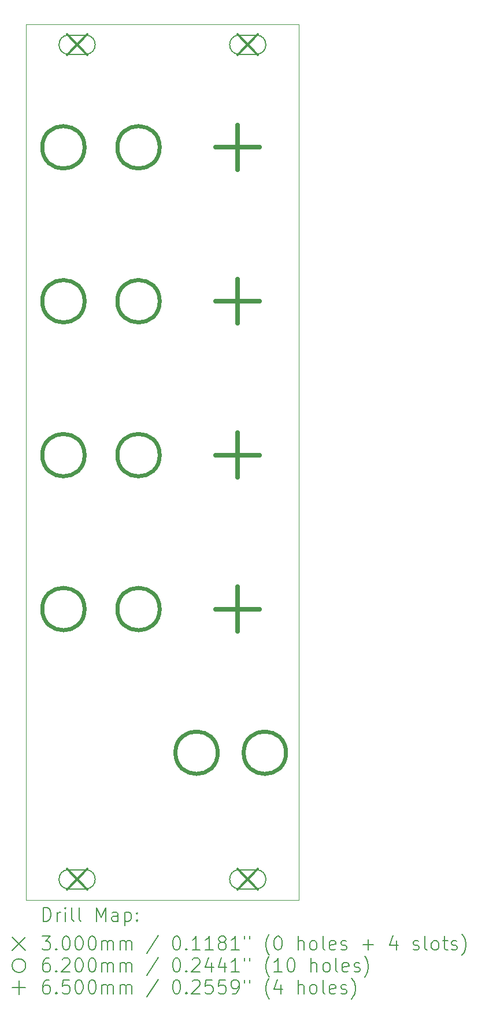
<source format=gbr>
%FSLAX45Y45*%
G04 Gerber Fmt 4.5, Leading zero omitted, Abs format (unit mm)*
G04 Created by KiCad (PCBNEW (6.0.0)) date 2022-07-06 17:44:38*
%MOMM*%
%LPD*%
G01*
G04 APERTURE LIST*
%TA.AperFunction,Profile*%
%ADD10C,0.050000*%
%TD*%
%ADD11C,0.200000*%
%ADD12C,0.300000*%
%ADD13C,0.620000*%
%ADD14C,0.650000*%
G04 APERTURE END LIST*
D10*
X7200000Y-2200000D02*
X7200000Y-15000000D01*
X7200000Y-2200000D02*
X11200000Y-2200000D01*
X11200000Y-2200000D02*
X11200000Y-15000000D01*
X11200000Y-15000000D02*
X7200000Y-15000000D01*
D11*
D12*
X7800000Y-2350000D02*
X8100000Y-2650000D01*
X8100000Y-2350000D02*
X7800000Y-2650000D01*
D11*
X7825000Y-2640000D02*
X8075000Y-2640000D01*
X7825000Y-2360000D02*
X8075000Y-2360000D01*
X8075000Y-2640000D02*
G75*
G03*
X8075000Y-2360000I0J140000D01*
G01*
X7825000Y-2360000D02*
G75*
G03*
X7825000Y-2640000I0J-140000D01*
G01*
D12*
X7800000Y-14550000D02*
X8100000Y-14850000D01*
X8100000Y-14550000D02*
X7800000Y-14850000D01*
D11*
X7825000Y-14840000D02*
X8075000Y-14840000D01*
X7825000Y-14560000D02*
X8075000Y-14560000D01*
X8075000Y-14840000D02*
G75*
G03*
X8075000Y-14560000I0J140000D01*
G01*
X7825000Y-14560000D02*
G75*
G03*
X7825000Y-14840000I0J-140000D01*
G01*
D12*
X10300000Y-2350000D02*
X10600000Y-2650000D01*
X10600000Y-2350000D02*
X10300000Y-2650000D01*
D11*
X10325000Y-2640000D02*
X10575000Y-2640000D01*
X10325000Y-2360000D02*
X10575000Y-2360000D01*
X10575000Y-2640000D02*
G75*
G03*
X10575000Y-2360000I0J140000D01*
G01*
X10325000Y-2360000D02*
G75*
G03*
X10325000Y-2640000I0J-140000D01*
G01*
D12*
X10300000Y-14550000D02*
X10600000Y-14850000D01*
X10600000Y-14550000D02*
X10300000Y-14850000D01*
D11*
X10325000Y-14840000D02*
X10575000Y-14840000D01*
X10325000Y-14560000D02*
X10575000Y-14560000D01*
X10575000Y-14840000D02*
G75*
G03*
X10575000Y-14560000I0J140000D01*
G01*
X10325000Y-14560000D02*
G75*
G03*
X10325000Y-14840000I0J-140000D01*
G01*
D13*
X8060000Y-4000000D02*
G75*
G03*
X8060000Y-4000000I-310000J0D01*
G01*
X8060000Y-6250000D02*
G75*
G03*
X8060000Y-6250000I-310000J0D01*
G01*
X8060000Y-8500000D02*
G75*
G03*
X8060000Y-8500000I-310000J0D01*
G01*
X8060000Y-10750000D02*
G75*
G03*
X8060000Y-10750000I-310000J0D01*
G01*
X9160000Y-4000000D02*
G75*
G03*
X9160000Y-4000000I-310000J0D01*
G01*
X9160000Y-6250000D02*
G75*
G03*
X9160000Y-6250000I-310000J0D01*
G01*
X9160000Y-8500000D02*
G75*
G03*
X9160000Y-8500000I-310000J0D01*
G01*
X9160000Y-10750000D02*
G75*
G03*
X9160000Y-10750000I-310000J0D01*
G01*
X10010000Y-12850000D02*
G75*
G03*
X10010000Y-12850000I-310000J0D01*
G01*
X11010000Y-12850000D02*
G75*
G03*
X11010000Y-12850000I-310000J0D01*
G01*
D14*
X10300000Y-3675000D02*
X10300000Y-4325000D01*
X9975000Y-4000000D02*
X10625000Y-4000000D01*
X10300000Y-5925000D02*
X10300000Y-6575000D01*
X9975000Y-6250000D02*
X10625000Y-6250000D01*
X10300000Y-8175000D02*
X10300000Y-8825000D01*
X9975000Y-8500000D02*
X10625000Y-8500000D01*
X10300000Y-10425000D02*
X10300000Y-11075000D01*
X9975000Y-10750000D02*
X10625000Y-10750000D01*
D11*
X7455119Y-15312976D02*
X7455119Y-15112976D01*
X7502738Y-15112976D01*
X7531309Y-15122500D01*
X7550357Y-15141548D01*
X7559881Y-15160595D01*
X7569405Y-15198690D01*
X7569405Y-15227262D01*
X7559881Y-15265357D01*
X7550357Y-15284405D01*
X7531309Y-15303452D01*
X7502738Y-15312976D01*
X7455119Y-15312976D01*
X7655119Y-15312976D02*
X7655119Y-15179643D01*
X7655119Y-15217738D02*
X7664643Y-15198690D01*
X7674167Y-15189167D01*
X7693214Y-15179643D01*
X7712262Y-15179643D01*
X7778928Y-15312976D02*
X7778928Y-15179643D01*
X7778928Y-15112976D02*
X7769405Y-15122500D01*
X7778928Y-15132024D01*
X7788452Y-15122500D01*
X7778928Y-15112976D01*
X7778928Y-15132024D01*
X7902738Y-15312976D02*
X7883690Y-15303452D01*
X7874167Y-15284405D01*
X7874167Y-15112976D01*
X8007500Y-15312976D02*
X7988452Y-15303452D01*
X7978928Y-15284405D01*
X7978928Y-15112976D01*
X8236071Y-15312976D02*
X8236071Y-15112976D01*
X8302738Y-15255833D01*
X8369405Y-15112976D01*
X8369405Y-15312976D01*
X8550357Y-15312976D02*
X8550357Y-15208214D01*
X8540833Y-15189167D01*
X8521786Y-15179643D01*
X8483690Y-15179643D01*
X8464643Y-15189167D01*
X8550357Y-15303452D02*
X8531310Y-15312976D01*
X8483690Y-15312976D01*
X8464643Y-15303452D01*
X8455119Y-15284405D01*
X8455119Y-15265357D01*
X8464643Y-15246309D01*
X8483690Y-15236786D01*
X8531310Y-15236786D01*
X8550357Y-15227262D01*
X8645595Y-15179643D02*
X8645595Y-15379643D01*
X8645595Y-15189167D02*
X8664643Y-15179643D01*
X8702738Y-15179643D01*
X8721786Y-15189167D01*
X8731310Y-15198690D01*
X8740833Y-15217738D01*
X8740833Y-15274881D01*
X8731310Y-15293928D01*
X8721786Y-15303452D01*
X8702738Y-15312976D01*
X8664643Y-15312976D01*
X8645595Y-15303452D01*
X8826548Y-15293928D02*
X8836071Y-15303452D01*
X8826548Y-15312976D01*
X8817024Y-15303452D01*
X8826548Y-15293928D01*
X8826548Y-15312976D01*
X8826548Y-15189167D02*
X8836071Y-15198690D01*
X8826548Y-15208214D01*
X8817024Y-15198690D01*
X8826548Y-15189167D01*
X8826548Y-15208214D01*
X6997500Y-15542500D02*
X7197500Y-15742500D01*
X7197500Y-15542500D02*
X6997500Y-15742500D01*
X7436071Y-15532976D02*
X7559881Y-15532976D01*
X7493214Y-15609167D01*
X7521786Y-15609167D01*
X7540833Y-15618690D01*
X7550357Y-15628214D01*
X7559881Y-15647262D01*
X7559881Y-15694881D01*
X7550357Y-15713928D01*
X7540833Y-15723452D01*
X7521786Y-15732976D01*
X7464643Y-15732976D01*
X7445595Y-15723452D01*
X7436071Y-15713928D01*
X7645595Y-15713928D02*
X7655119Y-15723452D01*
X7645595Y-15732976D01*
X7636071Y-15723452D01*
X7645595Y-15713928D01*
X7645595Y-15732976D01*
X7778928Y-15532976D02*
X7797976Y-15532976D01*
X7817024Y-15542500D01*
X7826548Y-15552024D01*
X7836071Y-15571071D01*
X7845595Y-15609167D01*
X7845595Y-15656786D01*
X7836071Y-15694881D01*
X7826548Y-15713928D01*
X7817024Y-15723452D01*
X7797976Y-15732976D01*
X7778928Y-15732976D01*
X7759881Y-15723452D01*
X7750357Y-15713928D01*
X7740833Y-15694881D01*
X7731309Y-15656786D01*
X7731309Y-15609167D01*
X7740833Y-15571071D01*
X7750357Y-15552024D01*
X7759881Y-15542500D01*
X7778928Y-15532976D01*
X7969405Y-15532976D02*
X7988452Y-15532976D01*
X8007500Y-15542500D01*
X8017024Y-15552024D01*
X8026548Y-15571071D01*
X8036071Y-15609167D01*
X8036071Y-15656786D01*
X8026548Y-15694881D01*
X8017024Y-15713928D01*
X8007500Y-15723452D01*
X7988452Y-15732976D01*
X7969405Y-15732976D01*
X7950357Y-15723452D01*
X7940833Y-15713928D01*
X7931309Y-15694881D01*
X7921786Y-15656786D01*
X7921786Y-15609167D01*
X7931309Y-15571071D01*
X7940833Y-15552024D01*
X7950357Y-15542500D01*
X7969405Y-15532976D01*
X8159881Y-15532976D02*
X8178928Y-15532976D01*
X8197976Y-15542500D01*
X8207500Y-15552024D01*
X8217024Y-15571071D01*
X8226548Y-15609167D01*
X8226548Y-15656786D01*
X8217024Y-15694881D01*
X8207500Y-15713928D01*
X8197976Y-15723452D01*
X8178928Y-15732976D01*
X8159881Y-15732976D01*
X8140833Y-15723452D01*
X8131309Y-15713928D01*
X8121786Y-15694881D01*
X8112262Y-15656786D01*
X8112262Y-15609167D01*
X8121786Y-15571071D01*
X8131309Y-15552024D01*
X8140833Y-15542500D01*
X8159881Y-15532976D01*
X8312262Y-15732976D02*
X8312262Y-15599643D01*
X8312262Y-15618690D02*
X8321786Y-15609167D01*
X8340833Y-15599643D01*
X8369405Y-15599643D01*
X8388452Y-15609167D01*
X8397976Y-15628214D01*
X8397976Y-15732976D01*
X8397976Y-15628214D02*
X8407500Y-15609167D01*
X8426548Y-15599643D01*
X8455119Y-15599643D01*
X8474167Y-15609167D01*
X8483690Y-15628214D01*
X8483690Y-15732976D01*
X8578929Y-15732976D02*
X8578929Y-15599643D01*
X8578929Y-15618690D02*
X8588452Y-15609167D01*
X8607500Y-15599643D01*
X8636071Y-15599643D01*
X8655119Y-15609167D01*
X8664643Y-15628214D01*
X8664643Y-15732976D01*
X8664643Y-15628214D02*
X8674167Y-15609167D01*
X8693214Y-15599643D01*
X8721786Y-15599643D01*
X8740833Y-15609167D01*
X8750357Y-15628214D01*
X8750357Y-15732976D01*
X9140833Y-15523452D02*
X8969405Y-15780595D01*
X9397976Y-15532976D02*
X9417024Y-15532976D01*
X9436071Y-15542500D01*
X9445595Y-15552024D01*
X9455119Y-15571071D01*
X9464643Y-15609167D01*
X9464643Y-15656786D01*
X9455119Y-15694881D01*
X9445595Y-15713928D01*
X9436071Y-15723452D01*
X9417024Y-15732976D01*
X9397976Y-15732976D01*
X9378929Y-15723452D01*
X9369405Y-15713928D01*
X9359881Y-15694881D01*
X9350357Y-15656786D01*
X9350357Y-15609167D01*
X9359881Y-15571071D01*
X9369405Y-15552024D01*
X9378929Y-15542500D01*
X9397976Y-15532976D01*
X9550357Y-15713928D02*
X9559881Y-15723452D01*
X9550357Y-15732976D01*
X9540833Y-15723452D01*
X9550357Y-15713928D01*
X9550357Y-15732976D01*
X9750357Y-15732976D02*
X9636071Y-15732976D01*
X9693214Y-15732976D02*
X9693214Y-15532976D01*
X9674167Y-15561548D01*
X9655119Y-15580595D01*
X9636071Y-15590119D01*
X9940833Y-15732976D02*
X9826548Y-15732976D01*
X9883690Y-15732976D02*
X9883690Y-15532976D01*
X9864643Y-15561548D01*
X9845595Y-15580595D01*
X9826548Y-15590119D01*
X10055119Y-15618690D02*
X10036071Y-15609167D01*
X10026548Y-15599643D01*
X10017024Y-15580595D01*
X10017024Y-15571071D01*
X10026548Y-15552024D01*
X10036071Y-15542500D01*
X10055119Y-15532976D01*
X10093214Y-15532976D01*
X10112262Y-15542500D01*
X10121786Y-15552024D01*
X10131310Y-15571071D01*
X10131310Y-15580595D01*
X10121786Y-15599643D01*
X10112262Y-15609167D01*
X10093214Y-15618690D01*
X10055119Y-15618690D01*
X10036071Y-15628214D01*
X10026548Y-15637738D01*
X10017024Y-15656786D01*
X10017024Y-15694881D01*
X10026548Y-15713928D01*
X10036071Y-15723452D01*
X10055119Y-15732976D01*
X10093214Y-15732976D01*
X10112262Y-15723452D01*
X10121786Y-15713928D01*
X10131310Y-15694881D01*
X10131310Y-15656786D01*
X10121786Y-15637738D01*
X10112262Y-15628214D01*
X10093214Y-15618690D01*
X10321786Y-15732976D02*
X10207500Y-15732976D01*
X10264643Y-15732976D02*
X10264643Y-15532976D01*
X10245595Y-15561548D01*
X10226548Y-15580595D01*
X10207500Y-15590119D01*
X10397976Y-15532976D02*
X10397976Y-15571071D01*
X10474167Y-15532976D02*
X10474167Y-15571071D01*
X10769405Y-15809167D02*
X10759881Y-15799643D01*
X10740833Y-15771071D01*
X10731310Y-15752024D01*
X10721786Y-15723452D01*
X10712262Y-15675833D01*
X10712262Y-15637738D01*
X10721786Y-15590119D01*
X10731310Y-15561548D01*
X10740833Y-15542500D01*
X10759881Y-15513928D01*
X10769405Y-15504405D01*
X10883690Y-15532976D02*
X10902738Y-15532976D01*
X10921786Y-15542500D01*
X10931310Y-15552024D01*
X10940833Y-15571071D01*
X10950357Y-15609167D01*
X10950357Y-15656786D01*
X10940833Y-15694881D01*
X10931310Y-15713928D01*
X10921786Y-15723452D01*
X10902738Y-15732976D01*
X10883690Y-15732976D01*
X10864643Y-15723452D01*
X10855119Y-15713928D01*
X10845595Y-15694881D01*
X10836071Y-15656786D01*
X10836071Y-15609167D01*
X10845595Y-15571071D01*
X10855119Y-15552024D01*
X10864643Y-15542500D01*
X10883690Y-15532976D01*
X11188452Y-15732976D02*
X11188452Y-15532976D01*
X11274167Y-15732976D02*
X11274167Y-15628214D01*
X11264643Y-15609167D01*
X11245595Y-15599643D01*
X11217024Y-15599643D01*
X11197976Y-15609167D01*
X11188452Y-15618690D01*
X11397976Y-15732976D02*
X11378928Y-15723452D01*
X11369405Y-15713928D01*
X11359881Y-15694881D01*
X11359881Y-15637738D01*
X11369405Y-15618690D01*
X11378928Y-15609167D01*
X11397976Y-15599643D01*
X11426548Y-15599643D01*
X11445595Y-15609167D01*
X11455119Y-15618690D01*
X11464643Y-15637738D01*
X11464643Y-15694881D01*
X11455119Y-15713928D01*
X11445595Y-15723452D01*
X11426548Y-15732976D01*
X11397976Y-15732976D01*
X11578928Y-15732976D02*
X11559881Y-15723452D01*
X11550357Y-15704405D01*
X11550357Y-15532976D01*
X11731309Y-15723452D02*
X11712262Y-15732976D01*
X11674167Y-15732976D01*
X11655119Y-15723452D01*
X11645595Y-15704405D01*
X11645595Y-15628214D01*
X11655119Y-15609167D01*
X11674167Y-15599643D01*
X11712262Y-15599643D01*
X11731309Y-15609167D01*
X11740833Y-15628214D01*
X11740833Y-15647262D01*
X11645595Y-15666309D01*
X11817024Y-15723452D02*
X11836071Y-15732976D01*
X11874167Y-15732976D01*
X11893214Y-15723452D01*
X11902738Y-15704405D01*
X11902738Y-15694881D01*
X11893214Y-15675833D01*
X11874167Y-15666309D01*
X11845595Y-15666309D01*
X11826548Y-15656786D01*
X11817024Y-15637738D01*
X11817024Y-15628214D01*
X11826548Y-15609167D01*
X11845595Y-15599643D01*
X11874167Y-15599643D01*
X11893214Y-15609167D01*
X12140833Y-15656786D02*
X12293214Y-15656786D01*
X12217024Y-15732976D02*
X12217024Y-15580595D01*
X12626548Y-15599643D02*
X12626548Y-15732976D01*
X12578928Y-15523452D02*
X12531309Y-15666309D01*
X12655119Y-15666309D01*
X12874167Y-15723452D02*
X12893214Y-15732976D01*
X12931309Y-15732976D01*
X12950357Y-15723452D01*
X12959881Y-15704405D01*
X12959881Y-15694881D01*
X12950357Y-15675833D01*
X12931309Y-15666309D01*
X12902738Y-15666309D01*
X12883690Y-15656786D01*
X12874167Y-15637738D01*
X12874167Y-15628214D01*
X12883690Y-15609167D01*
X12902738Y-15599643D01*
X12931309Y-15599643D01*
X12950357Y-15609167D01*
X13074167Y-15732976D02*
X13055119Y-15723452D01*
X13045595Y-15704405D01*
X13045595Y-15532976D01*
X13178928Y-15732976D02*
X13159881Y-15723452D01*
X13150357Y-15713928D01*
X13140833Y-15694881D01*
X13140833Y-15637738D01*
X13150357Y-15618690D01*
X13159881Y-15609167D01*
X13178928Y-15599643D01*
X13207500Y-15599643D01*
X13226548Y-15609167D01*
X13236071Y-15618690D01*
X13245595Y-15637738D01*
X13245595Y-15694881D01*
X13236071Y-15713928D01*
X13226548Y-15723452D01*
X13207500Y-15732976D01*
X13178928Y-15732976D01*
X13302738Y-15599643D02*
X13378928Y-15599643D01*
X13331309Y-15532976D02*
X13331309Y-15704405D01*
X13340833Y-15723452D01*
X13359881Y-15732976D01*
X13378928Y-15732976D01*
X13436071Y-15723452D02*
X13455119Y-15732976D01*
X13493214Y-15732976D01*
X13512262Y-15723452D01*
X13521786Y-15704405D01*
X13521786Y-15694881D01*
X13512262Y-15675833D01*
X13493214Y-15666309D01*
X13464643Y-15666309D01*
X13445595Y-15656786D01*
X13436071Y-15637738D01*
X13436071Y-15628214D01*
X13445595Y-15609167D01*
X13464643Y-15599643D01*
X13493214Y-15599643D01*
X13512262Y-15609167D01*
X13588452Y-15809167D02*
X13597976Y-15799643D01*
X13617024Y-15771071D01*
X13626548Y-15752024D01*
X13636071Y-15723452D01*
X13645595Y-15675833D01*
X13645595Y-15637738D01*
X13636071Y-15590119D01*
X13626548Y-15561548D01*
X13617024Y-15542500D01*
X13597976Y-15513928D01*
X13588452Y-15504405D01*
X7197500Y-15962500D02*
G75*
G03*
X7197500Y-15962500I-100000J0D01*
G01*
X7540833Y-15852976D02*
X7502738Y-15852976D01*
X7483690Y-15862500D01*
X7474167Y-15872024D01*
X7455119Y-15900595D01*
X7445595Y-15938690D01*
X7445595Y-16014881D01*
X7455119Y-16033928D01*
X7464643Y-16043452D01*
X7483690Y-16052976D01*
X7521786Y-16052976D01*
X7540833Y-16043452D01*
X7550357Y-16033928D01*
X7559881Y-16014881D01*
X7559881Y-15967262D01*
X7550357Y-15948214D01*
X7540833Y-15938690D01*
X7521786Y-15929167D01*
X7483690Y-15929167D01*
X7464643Y-15938690D01*
X7455119Y-15948214D01*
X7445595Y-15967262D01*
X7645595Y-16033928D02*
X7655119Y-16043452D01*
X7645595Y-16052976D01*
X7636071Y-16043452D01*
X7645595Y-16033928D01*
X7645595Y-16052976D01*
X7731309Y-15872024D02*
X7740833Y-15862500D01*
X7759881Y-15852976D01*
X7807500Y-15852976D01*
X7826548Y-15862500D01*
X7836071Y-15872024D01*
X7845595Y-15891071D01*
X7845595Y-15910119D01*
X7836071Y-15938690D01*
X7721786Y-16052976D01*
X7845595Y-16052976D01*
X7969405Y-15852976D02*
X7988452Y-15852976D01*
X8007500Y-15862500D01*
X8017024Y-15872024D01*
X8026548Y-15891071D01*
X8036071Y-15929167D01*
X8036071Y-15976786D01*
X8026548Y-16014881D01*
X8017024Y-16033928D01*
X8007500Y-16043452D01*
X7988452Y-16052976D01*
X7969405Y-16052976D01*
X7950357Y-16043452D01*
X7940833Y-16033928D01*
X7931309Y-16014881D01*
X7921786Y-15976786D01*
X7921786Y-15929167D01*
X7931309Y-15891071D01*
X7940833Y-15872024D01*
X7950357Y-15862500D01*
X7969405Y-15852976D01*
X8159881Y-15852976D02*
X8178928Y-15852976D01*
X8197976Y-15862500D01*
X8207500Y-15872024D01*
X8217024Y-15891071D01*
X8226548Y-15929167D01*
X8226548Y-15976786D01*
X8217024Y-16014881D01*
X8207500Y-16033928D01*
X8197976Y-16043452D01*
X8178928Y-16052976D01*
X8159881Y-16052976D01*
X8140833Y-16043452D01*
X8131309Y-16033928D01*
X8121786Y-16014881D01*
X8112262Y-15976786D01*
X8112262Y-15929167D01*
X8121786Y-15891071D01*
X8131309Y-15872024D01*
X8140833Y-15862500D01*
X8159881Y-15852976D01*
X8312262Y-16052976D02*
X8312262Y-15919643D01*
X8312262Y-15938690D02*
X8321786Y-15929167D01*
X8340833Y-15919643D01*
X8369405Y-15919643D01*
X8388452Y-15929167D01*
X8397976Y-15948214D01*
X8397976Y-16052976D01*
X8397976Y-15948214D02*
X8407500Y-15929167D01*
X8426548Y-15919643D01*
X8455119Y-15919643D01*
X8474167Y-15929167D01*
X8483690Y-15948214D01*
X8483690Y-16052976D01*
X8578929Y-16052976D02*
X8578929Y-15919643D01*
X8578929Y-15938690D02*
X8588452Y-15929167D01*
X8607500Y-15919643D01*
X8636071Y-15919643D01*
X8655119Y-15929167D01*
X8664643Y-15948214D01*
X8664643Y-16052976D01*
X8664643Y-15948214D02*
X8674167Y-15929167D01*
X8693214Y-15919643D01*
X8721786Y-15919643D01*
X8740833Y-15929167D01*
X8750357Y-15948214D01*
X8750357Y-16052976D01*
X9140833Y-15843452D02*
X8969405Y-16100595D01*
X9397976Y-15852976D02*
X9417024Y-15852976D01*
X9436071Y-15862500D01*
X9445595Y-15872024D01*
X9455119Y-15891071D01*
X9464643Y-15929167D01*
X9464643Y-15976786D01*
X9455119Y-16014881D01*
X9445595Y-16033928D01*
X9436071Y-16043452D01*
X9417024Y-16052976D01*
X9397976Y-16052976D01*
X9378929Y-16043452D01*
X9369405Y-16033928D01*
X9359881Y-16014881D01*
X9350357Y-15976786D01*
X9350357Y-15929167D01*
X9359881Y-15891071D01*
X9369405Y-15872024D01*
X9378929Y-15862500D01*
X9397976Y-15852976D01*
X9550357Y-16033928D02*
X9559881Y-16043452D01*
X9550357Y-16052976D01*
X9540833Y-16043452D01*
X9550357Y-16033928D01*
X9550357Y-16052976D01*
X9636071Y-15872024D02*
X9645595Y-15862500D01*
X9664643Y-15852976D01*
X9712262Y-15852976D01*
X9731310Y-15862500D01*
X9740833Y-15872024D01*
X9750357Y-15891071D01*
X9750357Y-15910119D01*
X9740833Y-15938690D01*
X9626548Y-16052976D01*
X9750357Y-16052976D01*
X9921786Y-15919643D02*
X9921786Y-16052976D01*
X9874167Y-15843452D02*
X9826548Y-15986309D01*
X9950357Y-15986309D01*
X10112262Y-15919643D02*
X10112262Y-16052976D01*
X10064643Y-15843452D02*
X10017024Y-15986309D01*
X10140833Y-15986309D01*
X10321786Y-16052976D02*
X10207500Y-16052976D01*
X10264643Y-16052976D02*
X10264643Y-15852976D01*
X10245595Y-15881548D01*
X10226548Y-15900595D01*
X10207500Y-15910119D01*
X10397976Y-15852976D02*
X10397976Y-15891071D01*
X10474167Y-15852976D02*
X10474167Y-15891071D01*
X10769405Y-16129167D02*
X10759881Y-16119643D01*
X10740833Y-16091071D01*
X10731310Y-16072024D01*
X10721786Y-16043452D01*
X10712262Y-15995833D01*
X10712262Y-15957738D01*
X10721786Y-15910119D01*
X10731310Y-15881548D01*
X10740833Y-15862500D01*
X10759881Y-15833928D01*
X10769405Y-15824405D01*
X10950357Y-16052976D02*
X10836071Y-16052976D01*
X10893214Y-16052976D02*
X10893214Y-15852976D01*
X10874167Y-15881548D01*
X10855119Y-15900595D01*
X10836071Y-15910119D01*
X11074167Y-15852976D02*
X11093214Y-15852976D01*
X11112262Y-15862500D01*
X11121786Y-15872024D01*
X11131310Y-15891071D01*
X11140833Y-15929167D01*
X11140833Y-15976786D01*
X11131310Y-16014881D01*
X11121786Y-16033928D01*
X11112262Y-16043452D01*
X11093214Y-16052976D01*
X11074167Y-16052976D01*
X11055119Y-16043452D01*
X11045595Y-16033928D01*
X11036071Y-16014881D01*
X11026548Y-15976786D01*
X11026548Y-15929167D01*
X11036071Y-15891071D01*
X11045595Y-15872024D01*
X11055119Y-15862500D01*
X11074167Y-15852976D01*
X11378928Y-16052976D02*
X11378928Y-15852976D01*
X11464643Y-16052976D02*
X11464643Y-15948214D01*
X11455119Y-15929167D01*
X11436071Y-15919643D01*
X11407500Y-15919643D01*
X11388452Y-15929167D01*
X11378928Y-15938690D01*
X11588452Y-16052976D02*
X11569405Y-16043452D01*
X11559881Y-16033928D01*
X11550357Y-16014881D01*
X11550357Y-15957738D01*
X11559881Y-15938690D01*
X11569405Y-15929167D01*
X11588452Y-15919643D01*
X11617024Y-15919643D01*
X11636071Y-15929167D01*
X11645595Y-15938690D01*
X11655119Y-15957738D01*
X11655119Y-16014881D01*
X11645595Y-16033928D01*
X11636071Y-16043452D01*
X11617024Y-16052976D01*
X11588452Y-16052976D01*
X11769405Y-16052976D02*
X11750357Y-16043452D01*
X11740833Y-16024405D01*
X11740833Y-15852976D01*
X11921786Y-16043452D02*
X11902738Y-16052976D01*
X11864643Y-16052976D01*
X11845595Y-16043452D01*
X11836071Y-16024405D01*
X11836071Y-15948214D01*
X11845595Y-15929167D01*
X11864643Y-15919643D01*
X11902738Y-15919643D01*
X11921786Y-15929167D01*
X11931309Y-15948214D01*
X11931309Y-15967262D01*
X11836071Y-15986309D01*
X12007500Y-16043452D02*
X12026548Y-16052976D01*
X12064643Y-16052976D01*
X12083690Y-16043452D01*
X12093214Y-16024405D01*
X12093214Y-16014881D01*
X12083690Y-15995833D01*
X12064643Y-15986309D01*
X12036071Y-15986309D01*
X12017024Y-15976786D01*
X12007500Y-15957738D01*
X12007500Y-15948214D01*
X12017024Y-15929167D01*
X12036071Y-15919643D01*
X12064643Y-15919643D01*
X12083690Y-15929167D01*
X12159881Y-16129167D02*
X12169405Y-16119643D01*
X12188452Y-16091071D01*
X12197976Y-16072024D01*
X12207500Y-16043452D01*
X12217024Y-15995833D01*
X12217024Y-15957738D01*
X12207500Y-15910119D01*
X12197976Y-15881548D01*
X12188452Y-15862500D01*
X12169405Y-15833928D01*
X12159881Y-15824405D01*
X7097500Y-16182500D02*
X7097500Y-16382500D01*
X6997500Y-16282500D02*
X7197500Y-16282500D01*
X7540833Y-16172976D02*
X7502738Y-16172976D01*
X7483690Y-16182500D01*
X7474167Y-16192024D01*
X7455119Y-16220595D01*
X7445595Y-16258690D01*
X7445595Y-16334881D01*
X7455119Y-16353928D01*
X7464643Y-16363452D01*
X7483690Y-16372976D01*
X7521786Y-16372976D01*
X7540833Y-16363452D01*
X7550357Y-16353928D01*
X7559881Y-16334881D01*
X7559881Y-16287262D01*
X7550357Y-16268214D01*
X7540833Y-16258690D01*
X7521786Y-16249167D01*
X7483690Y-16249167D01*
X7464643Y-16258690D01*
X7455119Y-16268214D01*
X7445595Y-16287262D01*
X7645595Y-16353928D02*
X7655119Y-16363452D01*
X7645595Y-16372976D01*
X7636071Y-16363452D01*
X7645595Y-16353928D01*
X7645595Y-16372976D01*
X7836071Y-16172976D02*
X7740833Y-16172976D01*
X7731309Y-16268214D01*
X7740833Y-16258690D01*
X7759881Y-16249167D01*
X7807500Y-16249167D01*
X7826548Y-16258690D01*
X7836071Y-16268214D01*
X7845595Y-16287262D01*
X7845595Y-16334881D01*
X7836071Y-16353928D01*
X7826548Y-16363452D01*
X7807500Y-16372976D01*
X7759881Y-16372976D01*
X7740833Y-16363452D01*
X7731309Y-16353928D01*
X7969405Y-16172976D02*
X7988452Y-16172976D01*
X8007500Y-16182500D01*
X8017024Y-16192024D01*
X8026548Y-16211071D01*
X8036071Y-16249167D01*
X8036071Y-16296786D01*
X8026548Y-16334881D01*
X8017024Y-16353928D01*
X8007500Y-16363452D01*
X7988452Y-16372976D01*
X7969405Y-16372976D01*
X7950357Y-16363452D01*
X7940833Y-16353928D01*
X7931309Y-16334881D01*
X7921786Y-16296786D01*
X7921786Y-16249167D01*
X7931309Y-16211071D01*
X7940833Y-16192024D01*
X7950357Y-16182500D01*
X7969405Y-16172976D01*
X8159881Y-16172976D02*
X8178928Y-16172976D01*
X8197976Y-16182500D01*
X8207500Y-16192024D01*
X8217024Y-16211071D01*
X8226548Y-16249167D01*
X8226548Y-16296786D01*
X8217024Y-16334881D01*
X8207500Y-16353928D01*
X8197976Y-16363452D01*
X8178928Y-16372976D01*
X8159881Y-16372976D01*
X8140833Y-16363452D01*
X8131309Y-16353928D01*
X8121786Y-16334881D01*
X8112262Y-16296786D01*
X8112262Y-16249167D01*
X8121786Y-16211071D01*
X8131309Y-16192024D01*
X8140833Y-16182500D01*
X8159881Y-16172976D01*
X8312262Y-16372976D02*
X8312262Y-16239643D01*
X8312262Y-16258690D02*
X8321786Y-16249167D01*
X8340833Y-16239643D01*
X8369405Y-16239643D01*
X8388452Y-16249167D01*
X8397976Y-16268214D01*
X8397976Y-16372976D01*
X8397976Y-16268214D02*
X8407500Y-16249167D01*
X8426548Y-16239643D01*
X8455119Y-16239643D01*
X8474167Y-16249167D01*
X8483690Y-16268214D01*
X8483690Y-16372976D01*
X8578929Y-16372976D02*
X8578929Y-16239643D01*
X8578929Y-16258690D02*
X8588452Y-16249167D01*
X8607500Y-16239643D01*
X8636071Y-16239643D01*
X8655119Y-16249167D01*
X8664643Y-16268214D01*
X8664643Y-16372976D01*
X8664643Y-16268214D02*
X8674167Y-16249167D01*
X8693214Y-16239643D01*
X8721786Y-16239643D01*
X8740833Y-16249167D01*
X8750357Y-16268214D01*
X8750357Y-16372976D01*
X9140833Y-16163452D02*
X8969405Y-16420595D01*
X9397976Y-16172976D02*
X9417024Y-16172976D01*
X9436071Y-16182500D01*
X9445595Y-16192024D01*
X9455119Y-16211071D01*
X9464643Y-16249167D01*
X9464643Y-16296786D01*
X9455119Y-16334881D01*
X9445595Y-16353928D01*
X9436071Y-16363452D01*
X9417024Y-16372976D01*
X9397976Y-16372976D01*
X9378929Y-16363452D01*
X9369405Y-16353928D01*
X9359881Y-16334881D01*
X9350357Y-16296786D01*
X9350357Y-16249167D01*
X9359881Y-16211071D01*
X9369405Y-16192024D01*
X9378929Y-16182500D01*
X9397976Y-16172976D01*
X9550357Y-16353928D02*
X9559881Y-16363452D01*
X9550357Y-16372976D01*
X9540833Y-16363452D01*
X9550357Y-16353928D01*
X9550357Y-16372976D01*
X9636071Y-16192024D02*
X9645595Y-16182500D01*
X9664643Y-16172976D01*
X9712262Y-16172976D01*
X9731310Y-16182500D01*
X9740833Y-16192024D01*
X9750357Y-16211071D01*
X9750357Y-16230119D01*
X9740833Y-16258690D01*
X9626548Y-16372976D01*
X9750357Y-16372976D01*
X9931310Y-16172976D02*
X9836071Y-16172976D01*
X9826548Y-16268214D01*
X9836071Y-16258690D01*
X9855119Y-16249167D01*
X9902738Y-16249167D01*
X9921786Y-16258690D01*
X9931310Y-16268214D01*
X9940833Y-16287262D01*
X9940833Y-16334881D01*
X9931310Y-16353928D01*
X9921786Y-16363452D01*
X9902738Y-16372976D01*
X9855119Y-16372976D01*
X9836071Y-16363452D01*
X9826548Y-16353928D01*
X10121786Y-16172976D02*
X10026548Y-16172976D01*
X10017024Y-16268214D01*
X10026548Y-16258690D01*
X10045595Y-16249167D01*
X10093214Y-16249167D01*
X10112262Y-16258690D01*
X10121786Y-16268214D01*
X10131310Y-16287262D01*
X10131310Y-16334881D01*
X10121786Y-16353928D01*
X10112262Y-16363452D01*
X10093214Y-16372976D01*
X10045595Y-16372976D01*
X10026548Y-16363452D01*
X10017024Y-16353928D01*
X10226548Y-16372976D02*
X10264643Y-16372976D01*
X10283690Y-16363452D01*
X10293214Y-16353928D01*
X10312262Y-16325357D01*
X10321786Y-16287262D01*
X10321786Y-16211071D01*
X10312262Y-16192024D01*
X10302738Y-16182500D01*
X10283690Y-16172976D01*
X10245595Y-16172976D01*
X10226548Y-16182500D01*
X10217024Y-16192024D01*
X10207500Y-16211071D01*
X10207500Y-16258690D01*
X10217024Y-16277738D01*
X10226548Y-16287262D01*
X10245595Y-16296786D01*
X10283690Y-16296786D01*
X10302738Y-16287262D01*
X10312262Y-16277738D01*
X10321786Y-16258690D01*
X10397976Y-16172976D02*
X10397976Y-16211071D01*
X10474167Y-16172976D02*
X10474167Y-16211071D01*
X10769405Y-16449167D02*
X10759881Y-16439643D01*
X10740833Y-16411071D01*
X10731310Y-16392024D01*
X10721786Y-16363452D01*
X10712262Y-16315833D01*
X10712262Y-16277738D01*
X10721786Y-16230119D01*
X10731310Y-16201548D01*
X10740833Y-16182500D01*
X10759881Y-16153928D01*
X10769405Y-16144405D01*
X10931310Y-16239643D02*
X10931310Y-16372976D01*
X10883690Y-16163452D02*
X10836071Y-16306309D01*
X10959881Y-16306309D01*
X11188452Y-16372976D02*
X11188452Y-16172976D01*
X11274167Y-16372976D02*
X11274167Y-16268214D01*
X11264643Y-16249167D01*
X11245595Y-16239643D01*
X11217024Y-16239643D01*
X11197976Y-16249167D01*
X11188452Y-16258690D01*
X11397976Y-16372976D02*
X11378928Y-16363452D01*
X11369405Y-16353928D01*
X11359881Y-16334881D01*
X11359881Y-16277738D01*
X11369405Y-16258690D01*
X11378928Y-16249167D01*
X11397976Y-16239643D01*
X11426548Y-16239643D01*
X11445595Y-16249167D01*
X11455119Y-16258690D01*
X11464643Y-16277738D01*
X11464643Y-16334881D01*
X11455119Y-16353928D01*
X11445595Y-16363452D01*
X11426548Y-16372976D01*
X11397976Y-16372976D01*
X11578928Y-16372976D02*
X11559881Y-16363452D01*
X11550357Y-16344405D01*
X11550357Y-16172976D01*
X11731309Y-16363452D02*
X11712262Y-16372976D01*
X11674167Y-16372976D01*
X11655119Y-16363452D01*
X11645595Y-16344405D01*
X11645595Y-16268214D01*
X11655119Y-16249167D01*
X11674167Y-16239643D01*
X11712262Y-16239643D01*
X11731309Y-16249167D01*
X11740833Y-16268214D01*
X11740833Y-16287262D01*
X11645595Y-16306309D01*
X11817024Y-16363452D02*
X11836071Y-16372976D01*
X11874167Y-16372976D01*
X11893214Y-16363452D01*
X11902738Y-16344405D01*
X11902738Y-16334881D01*
X11893214Y-16315833D01*
X11874167Y-16306309D01*
X11845595Y-16306309D01*
X11826548Y-16296786D01*
X11817024Y-16277738D01*
X11817024Y-16268214D01*
X11826548Y-16249167D01*
X11845595Y-16239643D01*
X11874167Y-16239643D01*
X11893214Y-16249167D01*
X11969405Y-16449167D02*
X11978928Y-16439643D01*
X11997976Y-16411071D01*
X12007500Y-16392024D01*
X12017024Y-16363452D01*
X12026548Y-16315833D01*
X12026548Y-16277738D01*
X12017024Y-16230119D01*
X12007500Y-16201548D01*
X11997976Y-16182500D01*
X11978928Y-16153928D01*
X11969405Y-16144405D01*
M02*

</source>
